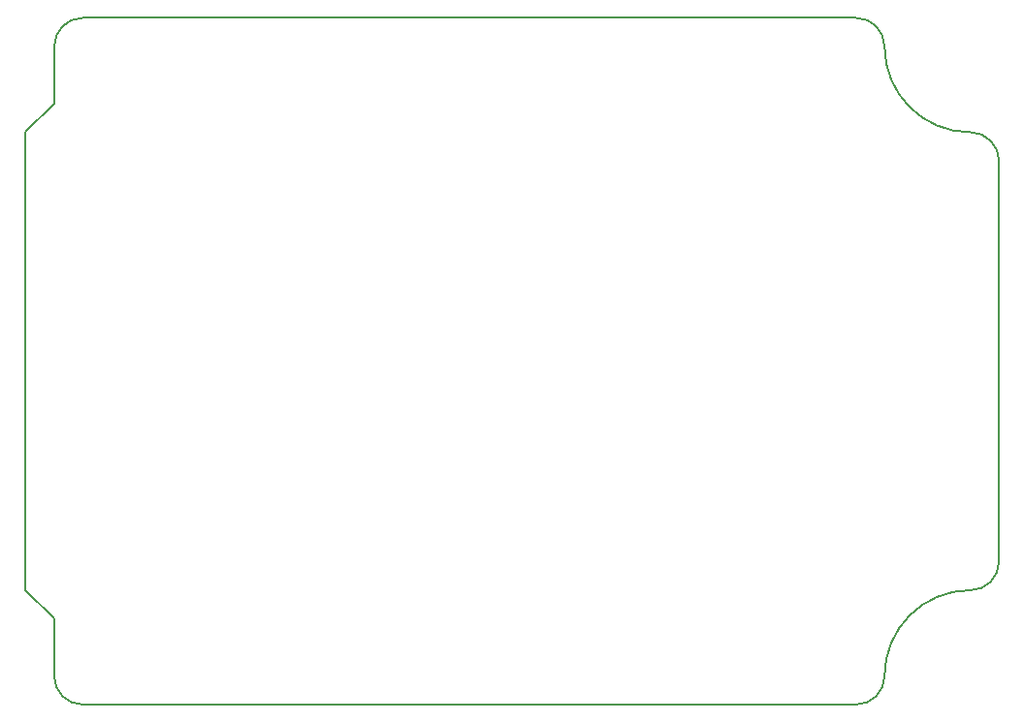
<source format=gm1>
G04 #@! TF.FileFunction,Profile,NP*
%FSLAX46Y46*%
G04 Gerber Fmt 4.6, Leading zero omitted, Abs format (unit mm)*
G04 Created by KiCad (PCBNEW 4.0.7) date 2018 October 22, Monday 01:25:24*
%MOMM*%
%LPD*%
G01*
G04 APERTURE LIST*
%ADD10C,0.050000*%
%ADD11C,0.200000*%
%ADD12C,0.150000*%
G04 APERTURE END LIST*
D10*
D11*
X-5000000Y50000000D02*
X-7500000Y47500000D01*
X-5000000Y5000000D02*
X-5000000Y0D01*
X-7500000Y7500000D02*
X-5000000Y5000000D01*
X75000000Y7500000D02*
G75*
G03X77500000Y10000000I0J2500000D01*
G01*
X65000000Y-2500000D02*
G75*
G03X67500000Y0I0J2500000D01*
G01*
X77500000Y45000000D02*
G75*
G03X75000000Y47500000I-2500000J0D01*
G01*
X67500000Y55000000D02*
G75*
G03X65000000Y57500000I-2500000J0D01*
G01*
X-7500000Y7500000D02*
X-7500000Y47500000D01*
X-2500000Y57500000D02*
G75*
G03X-5000000Y55000000I0J-2500000D01*
G01*
X-5000000Y0D02*
G75*
G03X-2500000Y-2500000I2500000J0D01*
G01*
D12*
X75000000Y7500000D02*
G75*
G03X67500000Y0I0J-7500000D01*
G01*
X67500000Y55000000D02*
G75*
G03X75000000Y47500000I7500000J0D01*
G01*
X-5000000Y55000000D02*
X-5000000Y50000000D01*
X65000000Y57500000D02*
X-2500000Y57500000D01*
X77500000Y10000000D02*
X77500000Y45000000D01*
X-2500000Y-2500000D02*
X65000000Y-2500000D01*
M02*

</source>
